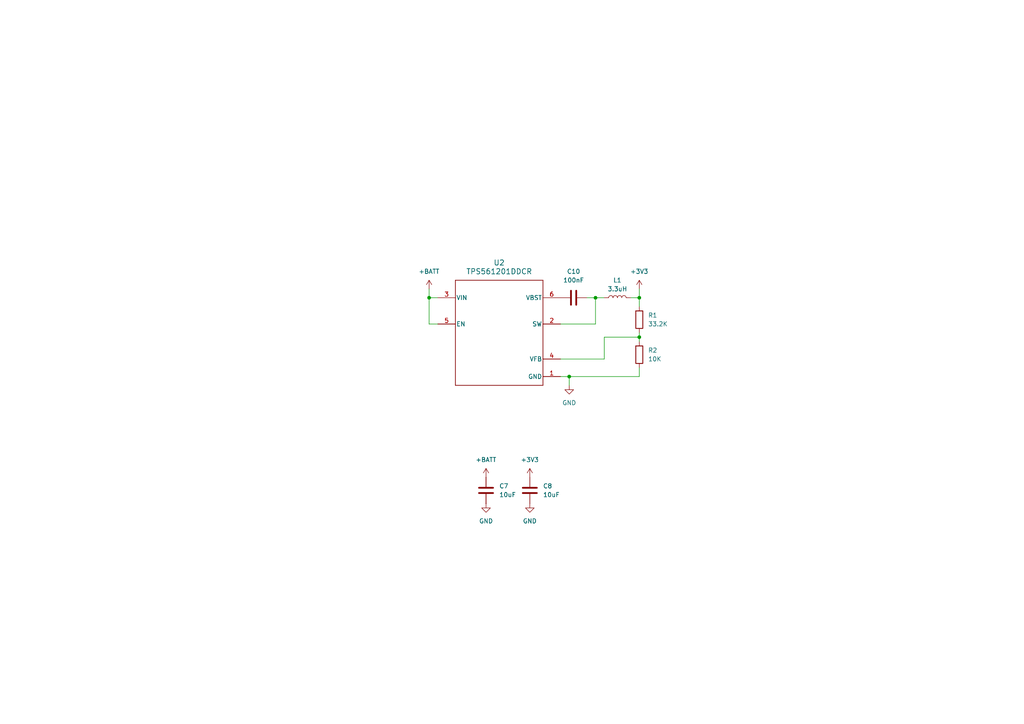
<source format=kicad_sch>
(kicad_sch (version 20231120) (generator "eeschema") (generator_version "8.0")
  (paper "A4")
  (lib_symbols
    (symbol "Device:C" (pin_numbers hide) (pin_names (offset 0.254))
      (property "Reference" "C" (at 0.635 2.54 0))
      (property "Value" "C" (at 0.635 -2.54 0))
      (symbol "C_0_1"
        (polyline (pts (xy -2.032 -0.762) (xy 2.032 -0.762)) (stroke (width 0.508)))
        (polyline (pts (xy -2.032 0.762) (xy 2.032 0.762)) (stroke (width 0.508)))
      )
      (symbol "C_1_1"
        (pin passive line (at 0 3.81 270) (length 2.794) (name "~") (number "1"))
        (pin passive line (at 0 -3.81 90) (length 2.794) (name "~") (number "2"))
      )
    )
    (symbol "Device:L" (pin_numbers hide) (pin_names (offset 1.016) hide)
      (property "Reference" "L" (at -1.27 0 90))
      (property "Value" "L" (at 1.905 0 90))
      (symbol "L_0_1"
        (arc (start 0 -2.54) (mid 0.6323 -1.905) (end 0 -1.27))
        (arc (start 0 -1.27) (mid 0.6323 -0.635) (end 0 0))
        (arc (start 0 0) (mid 0.6323 0.635) (end 0 1.27))
        (arc (start 0 1.27) (mid 0.6323 1.905) (end 0 2.54))
      )
      (symbol "L_1_1"
        (pin passive line (at 0 3.81 270) (length 1.27) (name "1") (number "1"))
        (pin passive line (at 0 -3.81 90) (length 1.27) (name "2") (number "2"))
      )
    )
    (symbol "Device:R" (pin_numbers hide) (pin_names (offset 0))
      (property "Reference" "R" (at 2.032 0 90))
      (property "Value" "R" (at 0 0 90))
      (symbol "R_0_1"
        (rectangle (start -1.016 -2.54) (end 1.016 2.54) (stroke (width 0.254)))
      )
      (symbol "R_1_1"
        (pin passive line (at 0 3.81 270) (length 1.27) (name "~") (number "1"))
        (pin passive line (at 0 -3.81 90) (length 1.27) (name "~") (number "2"))
      )
    )
    (symbol "power:+3V3" (power) (pin_names (offset 0))
      (property "Value" "+3V3" (at 0 3.556 0))
      (symbol "+3V3_0_1"
        (polyline (pts (xy -0.762 1.27) (xy 0 2.54)))
        (polyline (pts (xy 0 0) (xy 0 2.54)))
        (polyline (pts (xy 0 2.54) (xy 0.762 1.27)))
      )
      (symbol "+3V3_1_1"
        (pin power_in line (at 0 0 90) (length 0) hide (name "+3V3") (number "1"))
      )
    )
    (symbol "power:+BATT" (power) (pin_names (offset 0))
      (property "Value" "+BATT" (at 0 3.556 0))
      (symbol "+BATT_0_1"
        (polyline (pts (xy -0.762 1.27) (xy 0 2.54)))
        (polyline (pts (xy 0 0) (xy 0 2.54)))
        (polyline (pts (xy 0 2.54) (xy 0.762 1.27)))
      )
      (symbol "+BATT_1_1"
        (pin power_in line (at 0 0 90) (length 0) hide (name "+BATT") (number "1"))
      )
    )
    (symbol "power:GND" (power) (pin_numbers hide) (pin_names (offset 0) hide)
      (property "Value" "GND" (at 0 -3.81 0))
      (symbol "GND_0_1"
        (polyline (pts (xy 0 0) (xy 0 -1.27) (xy 1.27 -1.27) (xy 0 -2.54) (xy -1.27 -1.27) (xy 0 -1.27)))
      )
      (symbol "GND_1_1"
        (pin power_in line (at 0 0 270) (length 0) (name "~") (number "1"))
      )
    )
    (symbol "tps561201:TPS561201DDCR" (pin_names (offset 0.254))
      (property "Reference" "U" (at 0 2.54 0))
      (property "Value" "TPS561201DDCR" (at 0 0 0))
      (symbol "TPS561201DDCR_0_1"
        (polyline (pts (xy -12.7 -15.24) (xy 12.7 -15.24)) (stroke (width 0.2032)))
        (polyline (pts (xy -12.7 15.24) (xy -12.7 -15.24)) (stroke (width 0.2032)))
        (polyline (pts (xy 12.7 -15.24) (xy 12.7 15.24)) (stroke (width 0.2032)))
        (polyline (pts (xy 12.7 15.24) (xy -12.7 15.24)) (stroke (width 0.2032)))
        (pin power_in line (at 17.78 -12.7 180) (length 5.08) (name "GND") (number "1"))
        (pin power_in line (at 17.78 2.54 180) (length 5.08) (name "SW") (number "2"))
        (pin power_in line (at -17.78 10.16 0) (length 5.08) (name "VIN") (number "3"))
        (pin input line (at 17.78 -7.62 180) (length 5.08) (name "VFB") (number "4"))
        (pin input line (at -17.78 2.54 0) (length 5.08) (name "EN") (number "5"))
        (pin power_in line (at 17.78 10.16 180) (length 5.08) (name "VBST") (number "6"))
      )
    )
  )
  (junction (at 165.1 109.22))
  (junction (at 124.46 86.36))
  (junction (at 185.42 86.36))
  (junction (at 185.42 97.79))
  (junction (at 172.72 86.36))
  (wire (pts (xy 165.1 111.76) (xy 165.1 109.22)))
  (wire (pts (xy 162.56 104.14) (xy 175.26 104.14)))
  (wire (pts (xy 124.46 86.36) (xy 127 86.36)))
  (wire (pts (xy 124.46 83.82) (xy 124.46 86.36)))
  (wire (pts (xy 185.42 83.82) (xy 185.42 86.36)))
  (wire (pts (xy 175.26 97.79) (xy 185.42 97.79)))
  (wire (pts (xy 165.1 109.22) (xy 162.56 109.22)))
  (wire (pts (xy 175.26 86.36) (xy 172.72 86.36)))
  (wire (pts (xy 185.42 97.79) (xy 185.42 96.52)))
  (wire (pts (xy 175.26 104.14) (xy 175.26 97.79)))
  (wire (pts (xy 127 93.98) (xy 124.46 93.98)))
  (wire (pts (xy 185.42 109.22) (xy 165.1 109.22)))
  (wire (pts (xy 162.56 93.98) (xy 172.72 93.98)))
  (wire (pts (xy 172.72 86.36) (xy 170.18 86.36)))
  (wire (pts (xy 185.42 106.68) (xy 185.42 109.22)))
  (wire (pts (xy 182.88 86.36) (xy 185.42 86.36)))
  (wire (pts (xy 124.46 93.98) (xy 124.46 86.36)))
  (wire (pts (xy 185.42 99.06) (xy 185.42 97.79)))
  (wire (pts (xy 172.72 93.98) (xy 172.72 86.36)))
  (wire (pts (xy 185.42 86.36) (xy 185.42 88.9)))
  (symbol (lib_id "Device:L") (at 179.07 86.36 90) (unit 1)
    (property "Reference" "L1" (at 179.07 81.28 90))
    (property "Value" "3.3uH" (at 179.07 83.82 90))
    (property "Footprint" "Changjiang:L_Changjiang_FXL0530-3R3-M" (effects (hide yes)))
    (property "Description" "Inductor" (effects (hide yes)))
    (property "Part" "C475518" (effects (hide yes)))
  )
  (symbol (lib_id "Device:C") (at 153.67 142.24 0) (unit 1)
    (property "Reference" "C8" (at 157.48 140.9699 0) (effects (justify left)))
    (property "Value" "10uF" (at 157.48 143.5099 0) (effects (justify left)))
    (property "Footprint" "Capacitor_SMD:C_1206_3216Metric_Pad1.33x1.80mm_HandSolder" (effects (hide yes)))
    (property "Description" "Unpolarized capacitor" (effects (hide yes)))
    (property "Part" "C13585" (effects (hide yes)))
  )
  (symbol (lib_id "Device:C") (at 166.37 86.36 90) (unit 1)
    (property "Reference" "C10" (at 166.37 78.74 90))
    (property "Value" "100nF" (at 166.37 81.28 90))
    (property "Footprint" "Capacitor_SMD:C_0603_1608Metric" (effects (hide yes)))
    (property "Description" "Unpolarized capacitor" (effects (hide yes)))
    (property "Part" "C14663" (effects (hide yes)))
  )
  (symbol (lib_id "power:+3V3") (at 153.67 138.43 0) (unit 1)
    (property "Reference" "#PWR010" (effects (hide yes)))
    (property "Value" "+3V3" (at 153.67 133.35 0))
  )
  (symbol (lib_id "power:+BATT") (at 140.97 138.43 0) (unit 1)
    (property "Reference" "#PWR07" (effects (hide yes)))
    (property "Value" "+BATT" (at 140.97 133.35 0))
  )
  (symbol (lib_id "Device:R") (at 185.42 92.71 0) (unit 1)
    (property "Reference" "R1" (at 187.96 91.4399 0) (effects (justify left)))
    (property "Value" "33.2K" (at 187.96 93.9799 0) (effects (justify left)))
    (property "Footprint" "Resistor_SMD:R_0603_1608Metric" (effects (hide yes)))
    (property "Description" "Resistor" (effects (hide yes)))
    (property "Part" "C4216" (effects (hide yes)))
  )
  (symbol (lib_id "power:+3V3") (at 185.42 83.82 0) (unit 1)
    (property "Reference" "#PWR013" (effects (hide yes)))
    (property "Value" "+3V3" (at 185.42 78.74 0))
  )
  (symbol (lib_id "Device:C") (at 140.97 142.24 0) (unit 1)
    (property "Reference" "C7" (at 144.78 140.9699 0) (effects (justify left)))
    (property "Value" "10uF" (at 144.78 143.5099 0) (effects (justify left)))
    (property "Footprint" "Capacitor_SMD:C_1206_3216Metric_Pad1.33x1.80mm_HandSolder" (effects (hide yes)))
    (property "Description" "Unpolarized capacitor" (effects (hide yes)))
    (property "Part" "C13585" (effects (hide yes)))
  )
  (symbol (lib_id "Device:R") (at 185.42 102.87 0) (unit 1)
    (property "Reference" "R2" (at 187.96 101.5999 0) (effects (justify left)))
    (property "Value" "10K" (at 187.96 104.1399 0) (effects (justify left)))
    (property "Footprint" "Resistor_SMD:R_0603_1608Metric" (effects (hide yes)))
    (property "Description" "Resistor" (effects (hide yes)))
    (property "Part" "C25804" (effects (hide yes)))
  )
  (symbol (lib_id "power:+BATT") (at 124.46 83.82 0) (unit 1)
    (property "Reference" "#PWR01" (effects (hide yes)))
    (property "Value" "+BATT" (at 124.46 78.74 0))
  )
  (symbol (lib_id "power:GND") (at 140.97 146.05 0) (unit 1)
    (property "Reference" "#PWR09" (effects (hide yes)))
    (property "Value" "GND" (at 140.97 151.13 0))
    (property "Description" "Power symbol creates a global label with name \"GND\" , ground" (effects (hide yes)))
  )
  (symbol (lib_id "power:GND") (at 165.1 111.76 0) (unit 1)
    (property "Reference" "#PWR04" (effects (hide yes)))
    (property "Value" "GND" (at 165.1 116.84 0))
    (property "Description" "Power symbol creates a global label with name \"GND\" , ground" (effects (hide yes)))
  )
  (symbol (lib_id "tps561201:TPS561201DDCR") (at 144.78 96.52 0) (unit 1)
    (property "Reference" "U2" (at 144.78 76.2 0) (effects (font (size 1.524 1.524))))
    (property "Value" "TPS561201DDCR" (at 144.78 78.74 0) (effects (font (size 1.524 1.524))))
    (property "Footprint" "Ti:DDC0006A_N" (effects (hide yes)))
    (property "Datasheet" "TPS561201DDCR" (effects (hide yes)))
    (property "Part" "C220433" (effects (hide yes)))
  )
  (symbol (lib_id "power:GND") (at 153.67 146.05 0) (unit 1)
    (property "Reference" "#PWR011" (effects (hide yes)))
    (property "Value" "GND" (at 153.67 151.13 0))
    (property "Description" "Power symbol creates a global label with name \"GND\" , ground" (effects (hide yes)))
  )
)
</source>
